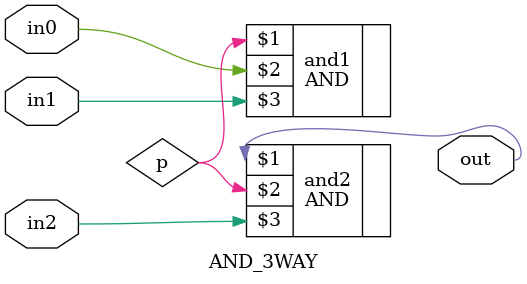
<source format=v>
module AND_3WAY(out,in0,in1,in2);
output out;
input in0,in1,in2;
wire p;
AND and1(p,in0,in1);
AND and2(out,p,in2);
endmodule



</source>
